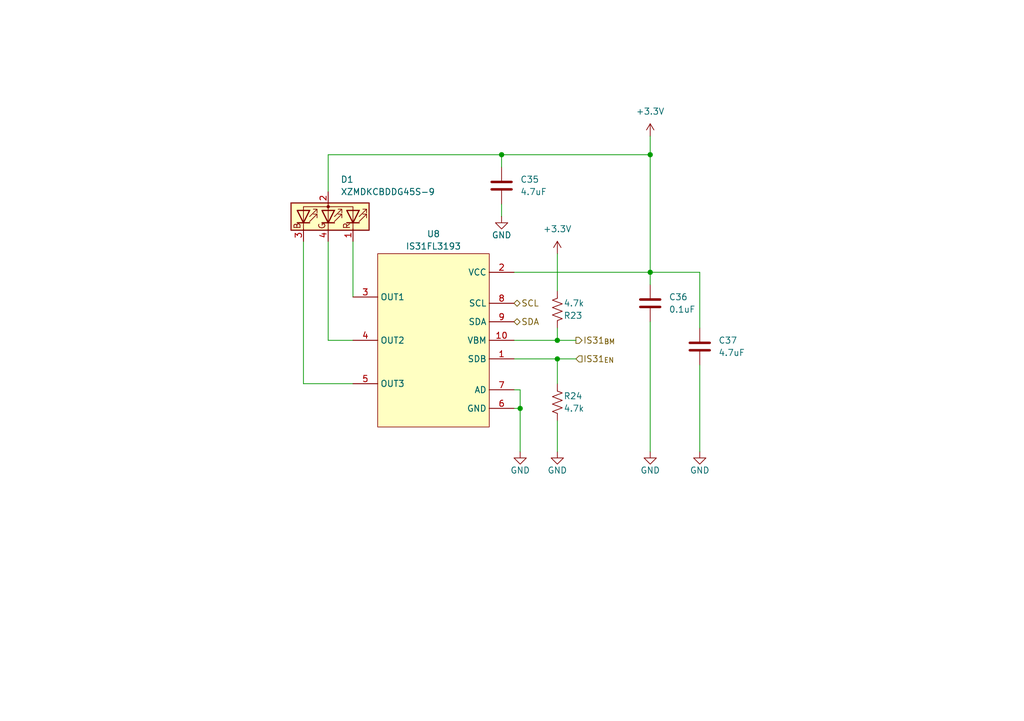
<source format=kicad_sch>
(kicad_sch (version 20231120) (generator "eeschema") (generator_version "8.0")
  (paper "A5")
  (title_block (title "Open Ephys Commutator Controller") (rev "D") (company "Open Ephys, Inc."))
  (lib_symbols
    (symbol "Device:C" (pin_numbers hide) (pin_names (offset 0.254))
      (property "Reference" "C" (at 0.635 2.54 0))
      (property "Value" "C" (at 0.635 -2.54 0))
      (symbol "C_0_1"
        (polyline (pts (xy -2.032 -0.762) (xy 2.032 -0.762)) (stroke (width 0.508)))
        (polyline (pts (xy -2.032 0.762) (xy 2.032 0.762)) (stroke (width 0.508)))
      )
      (symbol "C_1_1"
        (pin passive line (at 0 3.81 270) (length 2.794) (name "~") (number "1"))
        (pin passive line (at 0 -3.81 90) (length 2.794) (name "~") (number "2"))
      )
    )
    (symbol "Device:LED_RABG" (pin_names (offset 0) hide)
      (property "Reference" "D" (at 0 9.398 0))
      (property "Value" "LED_RABG" (at 0 -8.89 0))
      (symbol "LED_RABG_0_0"
        (text "B" (at -1.905 -6.35 0) (effects (font (size 1.27 1.27))))
        (text "G" (at -1.905 -1.27 0) (effects (font (size 1.27 1.27))))
        (text "R" (at -1.905 3.81 0) (effects (font (size 1.27 1.27))))
      )
      (symbol "LED_RABG_0_1"
        (polyline (pts (xy -1.27 -5.08) (xy -2.54 -5.08)))
        (polyline (pts (xy -1.27 -5.08) (xy 1.27 -5.08)))
        (polyline (pts (xy -1.27 -3.81) (xy -1.27 -6.35)) (stroke (width 0.254)))
        (polyline (pts (xy -1.27 0) (xy -2.54 0)))
        (polyline (pts (xy -1.27 1.27) (xy -1.27 -1.27)) (stroke (width 0.254)))
        (polyline (pts (xy -1.27 5.08) (xy -2.54 5.08)))
        (polyline (pts (xy -1.27 5.08) (xy 1.27 5.08)))
        (polyline (pts (xy -1.27 6.35) (xy -1.27 3.81)) (stroke (width 0.254)))
        (polyline (pts (xy 1.27 0) (xy -1.27 0)))
        (polyline (pts (xy 1.27 0) (xy 2.54 0)))
        (polyline (pts (xy -1.27 1.27) (xy -1.27 -1.27) (xy -1.27 -1.27)))
        (polyline (pts (xy -1.27 6.35) (xy -1.27 3.81) (xy -1.27 3.81)))
        (polyline (pts (xy 1.27 -5.08) (xy 2.032 -5.08) (xy 2.032 5.08) (xy 1.27 5.08)))
        (polyline (pts (xy 1.27 -3.81) (xy 1.27 -6.35) (xy -1.27 -5.08) (xy 1.27 -3.81)) (stroke (width 0.254)))
        (polyline (pts (xy 1.27 1.27) (xy 1.27 -1.27) (xy -1.27 0) (xy 1.27 1.27)) (stroke (width 0.254)))
        (polyline (pts (xy 1.27 6.35) (xy 1.27 3.81) (xy -1.27 5.08) (xy 1.27 6.35)) (stroke (width 0.254)))
        (polyline (pts (xy -1.016 -3.81) (xy 0.508 -2.286) (xy -0.254 -2.286) (xy 0.508 -2.286) (xy 0.508 -3.048)))
        (polyline (pts (xy -1.016 1.27) (xy 0.508 2.794) (xy -0.254 2.794) (xy 0.508 2.794) (xy 0.508 2.032)))
        (polyline (pts (xy -1.016 6.35) (xy 0.508 7.874) (xy -0.254 7.874) (xy 0.508 7.874) (xy 0.508 7.112)))
        (polyline (pts (xy 0 -3.81) (xy 1.524 -2.286) (xy 0.762 -2.286) (xy 1.524 -2.286) (xy 1.524 -3.048)))
        (polyline (pts (xy 0 1.27) (xy 1.524 2.794) (xy 0.762 2.794) (xy 1.524 2.794) (xy 1.524 2.032)))
        (polyline (pts (xy 0 6.35) (xy 1.524 7.874) (xy 0.762 7.874) (xy 1.524 7.874) (xy 1.524 7.112)))
        (rectangle (start 1.27 -1.27) (end 1.27 1.27))
        (rectangle (start 1.27 1.27) (end 1.27 1.27))
        (rectangle (start 1.27 3.81) (end 1.27 6.35))
        (rectangle (start 1.27 6.35) (end 1.27 6.35))
        (circle (center 2.032 0) (radius 0.254) (fill (type outline)))
        (rectangle (start 2.794 8.382) (end -2.794 -7.62) (stroke (width 0.254)) (fill (type background)))
      )
      (symbol "LED_RABG_1_1"
        (pin passive line (at -5.08 5.08 0) (length 2.54) (name "RK") (number "1"))
        (pin passive line (at 5.08 0 180) (length 2.54) (name "A") (number "2"))
        (pin passive line (at -5.08 -5.08 0) (length 2.54) (name "BK") (number "3"))
        (pin passive line (at -5.08 0 0) (length 2.54) (name "GK") (number "4"))
      )
    )
    (symbol "Device:R_US" (pin_numbers hide) (pin_names (offset 0))
      (property "Reference" "R" (at 2.54 0 90))
      (property "Value" "R_US" (at -2.54 0 90))
      (symbol "R_US_0_1"
        (polyline (pts (xy 0 -2.286) (xy 0 -2.54)))
        (polyline (pts (xy 0 2.286) (xy 0 2.54)))
        (polyline (pts (xy 0 -0.762) (xy 1.016 -1.143) (xy 0 -1.524) (xy -1.016 -1.905) (xy 0 -2.286)))
        (polyline (pts (xy 0 0.762) (xy 1.016 0.381) (xy 0 0) (xy -1.016 -0.381) (xy 0 -0.762)))
        (polyline (pts (xy 0 2.286) (xy 1.016 1.905) (xy 0 1.524) (xy -1.016 1.143) (xy 0 0.762)))
      )
      (symbol "R_US_1_1"
        (pin passive line (at 0 3.81 270) (length 1.27) (name "~") (number "1"))
        (pin passive line (at 0 -3.81 90) (length 1.27) (name "~") (number "2"))
      )
    )
    (symbol "oe:IS31FL3193"
      (property "Reference" "U" (at 0 21.59 0))
      (property "Value" "IS31FL3193" (at 0 19.05 0))
      (symbol "IS31FL3193_0_1"
        (rectangle (start -11.43 17.78) (end 11.43 -17.78) (fill (type background)))
      )
      (symbol "IS31FL3193_1_0"
        (pin passive line (at 16.51 -13.97 180) (length 5.08) hide (name "GND") (number "11"))
      )
      (symbol "IS31FL3193_1_1"
        (pin input line (at 16.51 -3.81 180) (length 5.08) (name "SDB") (number "1"))
        (pin open_collector line (at 16.51 0 180) (length 5.08) (name "VBM") (number "10"))
        (pin power_in line (at 16.51 13.97 180) (length 5.08) (name "VCC") (number "2"))
        (pin input line (at -16.51 8.89 0) (length 5.08) (name "OUT1") (number "3"))
        (pin input line (at -16.51 0 0) (length 5.08) (name "OUT2") (number "4"))
        (pin input line (at -16.51 -8.89 0) (length 5.08) (name "OUT3") (number "5"))
        (pin power_in line (at 16.51 -13.97 180) (length 5.08) (name "GND") (number "6"))
        (pin input line (at 16.51 -10.16 180) (length 5.08) (name "AD") (number "7"))
        (pin open_collector line (at 16.51 7.62 180) (length 5.08) (name "SCL") (number "8"))
        (pin open_collector line (at 16.51 3.81 180) (length 5.08) (name "SDA") (number "9"))
      )
    )
    (symbol "power:+3.3V" (power) (pin_numbers hide) (pin_names (offset 0) hide)
      (property "Value" "+3.3V" (at 0 3.556 0))
      (symbol "+3.3V_0_1"
        (polyline (pts (xy -0.762 1.27) (xy 0 2.54)))
        (polyline (pts (xy 0 0) (xy 0 2.54)))
        (polyline (pts (xy 0 2.54) (xy 0.762 1.27)))
      )
      (symbol "+3.3V_1_1"
        (pin power_in line (at 0 0 90) (length 0) (name "~") (number "1"))
      )
    )
    (symbol "power:GND" (power) (pin_numbers hide) (pin_names (offset 0) hide)
      (property "Value" "GND" (at 0 -3.81 0))
      (symbol "GND_0_1"
        (polyline (pts (xy 0 0) (xy 0 -1.27) (xy 1.27 -1.27) (xy 0 -2.54) (xy -1.27 -1.27) (xy 0 -1.27)))
      )
      (symbol "GND_1_1"
        (pin power_in line (at 0 0 270) (length 0) (name "~") (number "1"))
      )
    )
  )
  (junction (at 106.68 83.82))
  (junction (at 133.35 31.75))
  (junction (at 133.35 55.88))
  (junction (at 114.3 69.85))
  (junction (at 114.3 73.66))
  (junction (at 102.87 31.75))
  (wire (pts (xy 62.23 78.74) (xy 72.39 78.74)))
  (wire (pts (xy 143.51 55.88) (xy 143.51 67.31)))
  (wire (pts (xy 102.87 31.75) (xy 67.31 31.75)))
  (wire (pts (xy 106.68 83.82) (xy 106.68 92.71)))
  (wire (pts (xy 114.3 67.31) (xy 114.3 69.85)))
  (wire (pts (xy 102.87 31.75) (xy 102.87 34.29)))
  (wire (pts (xy 72.39 49.53) (xy 72.39 60.96)))
  (wire (pts (xy 67.31 69.85) (xy 72.39 69.85)))
  (wire (pts (xy 105.41 55.88) (xy 133.35 55.88)))
  (wire (pts (xy 114.3 92.71) (xy 114.3 86.36)))
  (wire (pts (xy 105.41 69.85) (xy 114.3 69.85)))
  (wire (pts (xy 114.3 69.85) (xy 118.11 69.85)))
  (wire (pts (xy 105.41 83.82) (xy 106.68 83.82)))
  (wire (pts (xy 106.68 80.01) (xy 106.68 83.82)))
  (wire (pts (xy 133.35 55.88) (xy 133.35 31.75)))
  (wire (pts (xy 102.87 31.75) (xy 133.35 31.75)))
  (wire (pts (xy 114.3 73.66) (xy 105.41 73.66)))
  (wire (pts (xy 62.23 49.53) (xy 62.23 78.74)))
  (wire (pts (xy 114.3 78.74) (xy 114.3 73.66)))
  (wire (pts (xy 133.35 31.75) (xy 133.35 27.94)))
  (wire (pts (xy 102.87 41.91) (xy 102.87 44.45)))
  (wire (pts (xy 143.51 74.93) (xy 143.51 92.71)))
  (wire (pts (xy 105.41 80.01) (xy 106.68 80.01)))
  (wire (pts (xy 67.31 31.75) (xy 67.31 39.37)))
  (wire (pts (xy 114.3 52.07) (xy 114.3 59.69)))
  (wire (pts (xy 133.35 55.88) (xy 143.51 55.88)))
  (wire (pts (xy 67.31 49.53) (xy 67.31 69.85)))
  (wire (pts (xy 133.35 66.04) (xy 133.35 92.71)))
  (wire (pts (xy 133.35 55.88) (xy 133.35 58.42)))
  (wire (pts (xy 114.3 73.66) (xy 118.11 73.66)))
  (hierarchical_label "SCL" (shape bidirectional) (at 105.41 62.23 0))
  (hierarchical_label "IS31_{BM}" (shape output) (at 118.11 69.85 0))
  (hierarchical_label "IS31_{EN}" (shape input) (at 118.11 73.66 0))
  (hierarchical_label "SDA" (shape bidirectional) (at 105.41 66.04 0))
  (symbol (lib_id "Device:C") (at 102.87 38.1 0) (unit 1)
    (property "Reference" "C35" (at 106.68 36.83 0) (effects (justify left)))
    (property "Value" "4.7uF" (at 106.68 39.37 0) (effects (justify left)))
    (property "Footprint" "Capacitor_SMD:C_0805_2012Metric" (effects (hide yes)))
    (property "Description" "Unpolarized capacitor" (effects (hide yes)))
  )
  (symbol (lib_id "Device:R_US") (at 114.3 63.5 0) (mirror x) (unit 1)
    (property "Reference" "R23" (at 115.57 64.77 0) (effects (justify left)))
    (property "Value" "4.7k" (at 115.57 62.23 0) (effects (justify left)))
    (property "Footprint" "Resistor_SMD:R_0603_1608Metric" (effects (hide yes)))
    (property "Description" "Resistor, US symbol" (effects (hide yes)))
  )
  (symbol (lib_id "Device:C") (at 133.35 62.23 0) (unit 1)
    (property "Reference" "C36" (at 137.16 60.96 0) (effects (justify left)))
    (property "Value" "0.1uF" (at 137.16 63.5 0) (effects (justify left)))
    (property "Footprint" "Capacitor_SMD:C_0603_1608Metric" (effects (hide yes)))
    (property "Description" "Unpolarized capacitor" (effects (hide yes)))
    (property "Voltage" "50V" (effects (hide yes)))
  )
  (symbol (lib_id "power:GND") (at 106.68 92.71 0) (unit 1)
    (property "Reference" "#PWR072" (effects (hide yes)))
    (property "Value" "GND" (at 106.68 96.52 0))
    (property "Description" "Power symbol creates a global label with name \"GND\" , ground" (effects (hide yes)))
  )
  (symbol (lib_id "Device:C") (at 143.51 71.12 0) (unit 1)
    (property "Reference" "C37" (at 147.32 69.85 0) (effects (justify left)))
    (property "Value" "4.7uF" (at 147.32 72.39 0) (effects (justify left)))
    (property "Footprint" "Capacitor_SMD:C_0805_2012Metric" (effects (hide yes)))
    (property "Description" "Unpolarized capacitor" (effects (hide yes)))
  )
  (symbol (lib_id "Device:R_US") (at 114.3 82.55 0) (unit 1)
    (property "Reference" "R24" (at 115.57 81.28 0) (effects (justify left)))
    (property "Value" "4.7k" (at 115.57 83.82 0) (effects (justify left)))
    (property "Footprint" "Resistor_SMD:R_0603_1608Metric" (effects (hide yes)))
    (property "Description" "Resistor, US symbol" (effects (hide yes)))
  )
  (symbol (lib_id "power:GND") (at 114.3 92.71 0) (unit 1)
    (property "Reference" "#PWR073" (effects (hide yes)))
    (property "Value" "GND" (at 114.3 96.52 0))
    (property "Description" "Power symbol creates a global label with name \"GND\" , ground" (effects (hide yes)))
  )
  (symbol (lib_id "power:+3.3V") (at 114.3 52.07 0) (unit 1)
    (property "Reference" "#PWR071" (effects (hide yes)))
    (property "Value" "+3.3V" (at 114.3 46.99 0))
    (property "Description" "Power symbol creates a global label with name \"+3.3V\"" (effects (hide yes)))
  )
  (symbol (lib_id "power:GND") (at 133.35 92.71 0) (unit 1)
    (property "Reference" "#PWR074" (effects (hide yes)))
    (property "Value" "GND" (at 133.35 96.52 0))
    (property "Description" "Power symbol creates a global label with name \"GND\" , ground" (effects (hide yes)))
  )
  (symbol (lib_id "power:GND") (at 143.51 92.71 0) (unit 1)
    (property "Reference" "#PWR075" (effects (hide yes)))
    (property "Value" "GND" (at 143.51 96.52 0))
    (property "Description" "Power symbol creates a global label with name \"GND\" , ground" (effects (hide yes)))
  )
  (symbol (lib_id "Device:LED_RABG") (at 67.31 44.45 270) (mirror x) (unit 1)
    (property "Reference" "D1" (at 69.85 36.83 90) (effects (justify left)))
    (property "Value" "XZMDKCBDDG45S-9" (at 69.85 39.37 90) (effects (justify left)))
    (property "Footprint" "open-ephys:SUNLED_PLCC4-INV_3.2x2.8x1.9mm" (effects (hide yes)))
    (property "Description" "RGB LED, red/anode/blue/green" (effects (hide yes)))
  )
  (symbol (lib_id "power:GND") (at 102.87 44.45 0) (unit 1)
    (property "Reference" "#PWR070" (effects (hide yes)))
    (property "Value" "GND" (at 102.87 48.26 0))
    (property "Description" "Power symbol creates a global label with name \"GND\" , ground" (effects (hide yes)))
  )
  (symbol (lib_id "power:+3.3V") (at 133.35 27.94 0) (unit 1)
    (property "Reference" "#PWR069" (effects (hide yes)))
    (property "Value" "+3.3V" (at 133.35 22.86 0))
    (property "Description" "Power symbol creates a global label with name \"+3.3V\"" (effects (hide yes)))
  )
  (symbol (lib_id "oe:IS31FL3193") (at 88.9 69.85 0) (unit 1)
    (property "Reference" "U8" (at 88.9 48.006 0))
    (property "Value" "IS31FL3193" (at 88.9 50.546 0))
    (property "Footprint" "Package_DFN_QFN:DFN-10-1EP_3x3mm_P0.5mm_EP1.65x2.38mm" (effects (hide yes)))
    (property "Datasheet" "https://lumissil.com/assets/pdf/core/IS31FL3193_DS.pdf" (effects (hide yes)))
    (property "Description" "3-CHANNEL LED DRIVER " (effects (hide yes)))
  )
)
</source>
